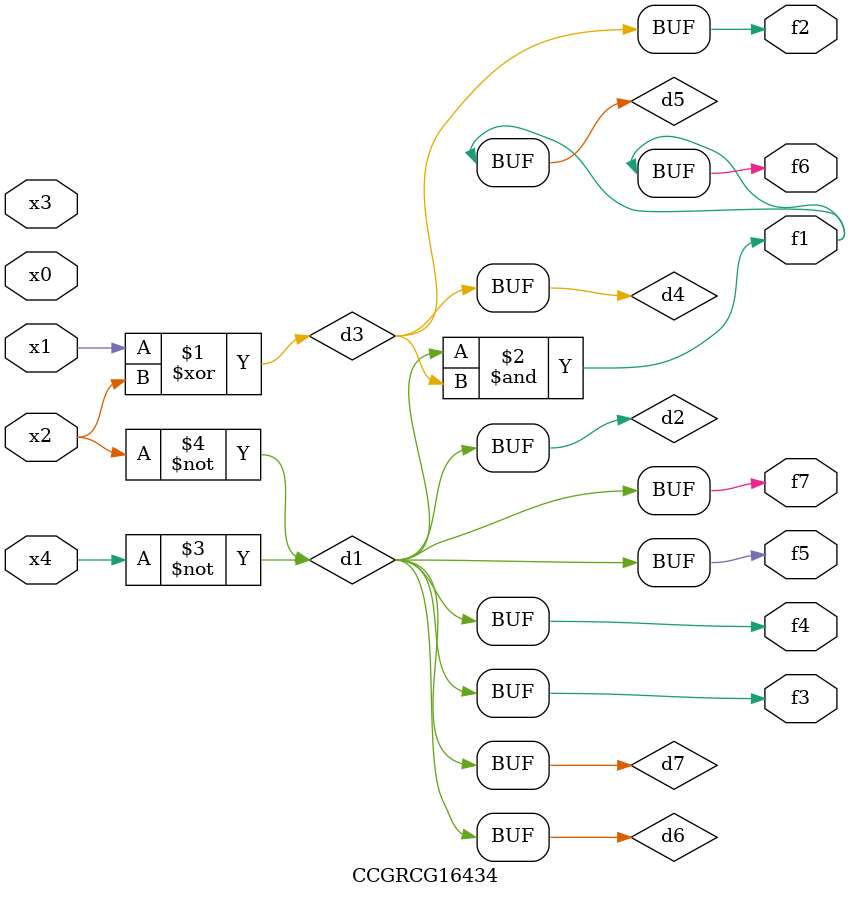
<source format=v>
module CCGRCG16434(
	input x0, x1, x2, x3, x4,
	output f1, f2, f3, f4, f5, f6, f7
);

	wire d1, d2, d3, d4, d5, d6, d7;

	not (d1, x4);
	not (d2, x2);
	xor (d3, x1, x2);
	buf (d4, d3);
	and (d5, d1, d3);
	buf (d6, d1, d2);
	buf (d7, d2);
	assign f1 = d5;
	assign f2 = d4;
	assign f3 = d7;
	assign f4 = d7;
	assign f5 = d7;
	assign f6 = d5;
	assign f7 = d7;
endmodule

</source>
